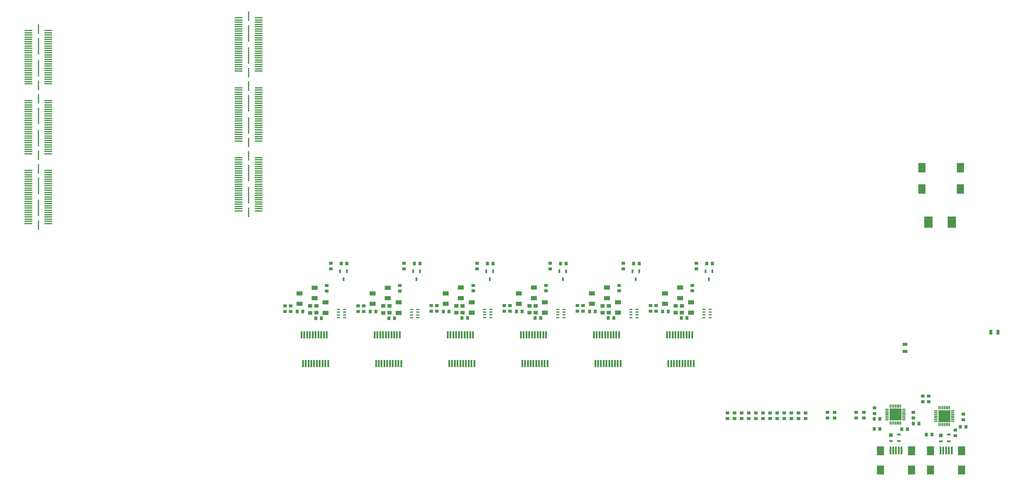
<source format=gtp>
%FSLAX25Y25*%
%MOIN*%
G70*
G01*
G75*
G04 Layer_Color=8421504*
%ADD10R,0.09646X0.12598*%
%ADD11R,0.07874X0.10630*%
%ADD12R,0.08858X0.01575*%
%ADD13R,0.01772X0.11024*%
%ADD14R,0.01772X0.18504*%
%ADD15R,0.03543X0.03937*%
%ADD16R,0.03740X0.03937*%
%ADD17R,0.07087X0.04528*%
%ADD18R,0.04724X0.03937*%
%ADD19R,0.01969X0.07874*%
%ADD20R,0.03937X0.03740*%
%ADD21R,0.02362X0.03937*%
%ADD22O,0.04000X0.01200*%
%ADD23R,0.03937X0.03543*%
%ADD24O,0.01181X0.04134*%
%ADD25O,0.04134X0.01181*%
%ADD26R,0.13189X0.13189*%
%ADD27R,0.07874X0.09843*%
%ADD28R,0.01969X0.09055*%
%ADD29R,0.03937X0.02362*%
%ADD30R,0.03937X0.03937*%
%ADD31R,0.03740X0.05512*%
%ADD32R,0.05512X0.03740*%
%ADD33C,0.01200*%
%ADD34C,0.00600*%
%ADD35C,0.01100*%
%ADD36C,0.01000*%
%ADD37C,0.01600*%
%ADD38C,0.10000*%
%ADD39C,0.04000*%
%ADD40C,0.03937*%
%ADD41C,0.01969*%
%ADD42C,0.25590*%
%ADD43R,0.07874X0.07874*%
%ADD44C,0.06299*%
%ADD45C,0.03543*%
%ADD46R,0.05906X0.05906*%
%ADD47C,0.05906*%
%ADD48R,0.11811X0.11811*%
%ADD49C,0.11811*%
%ADD50C,0.06000*%
%ADD51R,0.06000X0.06000*%
%ADD52C,0.08268*%
%ADD53R,0.05906X0.05906*%
%ADD54C,0.06693*%
%ADD55C,0.19685*%
%ADD56C,0.02600*%
%ADD57R,0.96000X0.67300*%
%ADD58C,0.10087*%
%ADD59C,0.09299*%
%ADD60C,0.06937*%
%ADD61C,0.16780*%
%ADD62C,0.08118*%
%ADD63C,0.09299*%
%ADD64C,0.06543*%
%ADD65C,0.06543*%
%ADD66C,0.09693*%
%ADD67C,0.06800*%
%ADD68C,0.08512*%
%ADD69C,0.06150*%
%ADD70C,0.15598*%
%ADD71C,0.04200*%
%ADD72R,0.96000X0.67900*%
%ADD73C,0.00984*%
%ADD74C,0.00787*%
%ADD75C,0.00700*%
%ADD76R,0.30709X0.02362*%
D10*
X1044311Y284100D02*
D03*
X1070689D02*
D03*
D11*
X1080154Y345517D02*
D03*
Y321501D02*
D03*
X1036846Y345516D02*
D03*
Y321501D02*
D03*
D12*
X52953Y445098D02*
D03*
Y452598D02*
D03*
Y460098D02*
D03*
Y467598D02*
D03*
Y475098D02*
D03*
Y482598D02*
D03*
Y490098D02*
D03*
Y497598D02*
D03*
Y500098D02*
D03*
X30453Y445098D02*
D03*
Y452598D02*
D03*
Y460098D02*
D03*
Y467598D02*
D03*
Y475098D02*
D03*
Y482598D02*
D03*
Y490098D02*
D03*
Y497598D02*
D03*
Y500098D02*
D03*
X52953Y366348D02*
D03*
Y373848D02*
D03*
Y381348D02*
D03*
Y388848D02*
D03*
Y396348D02*
D03*
Y403848D02*
D03*
Y411348D02*
D03*
Y418848D02*
D03*
Y421348D02*
D03*
X30453Y366348D02*
D03*
Y373848D02*
D03*
Y381348D02*
D03*
Y388848D02*
D03*
Y396348D02*
D03*
Y403848D02*
D03*
Y411348D02*
D03*
Y418848D02*
D03*
Y421348D02*
D03*
Y342598D02*
D03*
Y340098D02*
D03*
Y332598D02*
D03*
Y325098D02*
D03*
Y317598D02*
D03*
Y310098D02*
D03*
Y302598D02*
D03*
Y295098D02*
D03*
Y287598D02*
D03*
X52953Y342598D02*
D03*
Y340098D02*
D03*
Y332598D02*
D03*
Y325098D02*
D03*
Y317598D02*
D03*
Y310098D02*
D03*
Y302598D02*
D03*
Y295098D02*
D03*
Y287598D02*
D03*
X30453Y282598D02*
D03*
X53012D02*
D03*
X30453Y285118D02*
D03*
X53012D02*
D03*
X30453Y290094D02*
D03*
X53012D02*
D03*
X30453Y292614D02*
D03*
X53012D02*
D03*
X30453Y297590D02*
D03*
X53012D02*
D03*
X30453Y300110D02*
D03*
X53012D02*
D03*
X30453Y305087D02*
D03*
X53012D02*
D03*
X30453Y307606D02*
D03*
X53012D02*
D03*
X30453Y312583D02*
D03*
X53012D02*
D03*
X30453Y315102D02*
D03*
X53012D02*
D03*
X30453Y320079D02*
D03*
X53012D02*
D03*
X30453Y322598D02*
D03*
X53012D02*
D03*
X30453Y327575D02*
D03*
X53012D02*
D03*
X30453Y330095D02*
D03*
X53012D02*
D03*
X30453Y335071D02*
D03*
X53012D02*
D03*
X30453Y337591D02*
D03*
X53012D02*
D03*
X30453Y361339D02*
D03*
X53012D02*
D03*
X30453Y363858D02*
D03*
X53012D02*
D03*
X30453Y368835D02*
D03*
X53012D02*
D03*
X30453Y371354D02*
D03*
X53012D02*
D03*
X30453Y376331D02*
D03*
X53012D02*
D03*
X30453Y378850D02*
D03*
X53012D02*
D03*
X30453Y383827D02*
D03*
X53012D02*
D03*
X30453Y386346D02*
D03*
X53012D02*
D03*
X30453Y391323D02*
D03*
X53012D02*
D03*
X30453Y393843D02*
D03*
X53012D02*
D03*
X30453Y398819D02*
D03*
X53012D02*
D03*
X30453Y401339D02*
D03*
X53012D02*
D03*
X30453Y406315D02*
D03*
X53012D02*
D03*
X30453Y408835D02*
D03*
X53012D02*
D03*
X30453Y413811D02*
D03*
X53012D02*
D03*
X30453Y416331D02*
D03*
X53012D02*
D03*
X30453Y440079D02*
D03*
X53012D02*
D03*
X30453Y442598D02*
D03*
X53012D02*
D03*
X30453Y447575D02*
D03*
X53012D02*
D03*
X30453Y450095D02*
D03*
X53012D02*
D03*
X30453Y455071D02*
D03*
X53012D02*
D03*
X30453Y457590D02*
D03*
X53012D02*
D03*
X30453Y462567D02*
D03*
X53012D02*
D03*
X30453Y465087D02*
D03*
X53012D02*
D03*
X30453Y470063D02*
D03*
X53012D02*
D03*
X30453Y472583D02*
D03*
X53012D02*
D03*
X30453Y477559D02*
D03*
X53012D02*
D03*
X30453Y480079D02*
D03*
X53012D02*
D03*
X30453Y485055D02*
D03*
X53012D02*
D03*
X30453Y487575D02*
D03*
X53012D02*
D03*
X30453Y492551D02*
D03*
X53012D02*
D03*
X30453Y495071D02*
D03*
X53012D02*
D03*
X267323Y351949D02*
D03*
Y344449D02*
D03*
Y336949D02*
D03*
Y329449D02*
D03*
Y321949D02*
D03*
Y314449D02*
D03*
Y306949D02*
D03*
Y299449D02*
D03*
Y296949D02*
D03*
X289823Y351949D02*
D03*
Y344449D02*
D03*
Y336949D02*
D03*
Y329449D02*
D03*
Y321949D02*
D03*
Y314449D02*
D03*
Y306949D02*
D03*
Y299449D02*
D03*
Y296949D02*
D03*
X267323Y430699D02*
D03*
Y423199D02*
D03*
Y415699D02*
D03*
Y408199D02*
D03*
Y400699D02*
D03*
Y393199D02*
D03*
Y385699D02*
D03*
Y378199D02*
D03*
Y375699D02*
D03*
X289823Y430699D02*
D03*
Y423199D02*
D03*
Y415699D02*
D03*
Y408199D02*
D03*
Y400699D02*
D03*
Y393199D02*
D03*
Y385699D02*
D03*
Y378199D02*
D03*
Y375699D02*
D03*
Y454449D02*
D03*
Y456949D02*
D03*
Y464449D02*
D03*
Y471949D02*
D03*
Y479449D02*
D03*
Y486949D02*
D03*
Y494449D02*
D03*
Y501949D02*
D03*
Y509449D02*
D03*
X267323Y454449D02*
D03*
Y456949D02*
D03*
Y464449D02*
D03*
Y471949D02*
D03*
Y479449D02*
D03*
Y486949D02*
D03*
Y494449D02*
D03*
Y501949D02*
D03*
Y509449D02*
D03*
X289823Y514449D02*
D03*
X267264D02*
D03*
X289823Y511929D02*
D03*
X267264D02*
D03*
X289823Y506953D02*
D03*
X267264D02*
D03*
X289823Y504433D02*
D03*
X267264D02*
D03*
X289823Y499457D02*
D03*
X267264D02*
D03*
X289823Y496937D02*
D03*
X267264D02*
D03*
X289823Y491961D02*
D03*
X267264D02*
D03*
X289823Y489441D02*
D03*
X267264D02*
D03*
X289823Y484465D02*
D03*
X267264D02*
D03*
X289823Y481945D02*
D03*
X267264D02*
D03*
X289823Y476968D02*
D03*
X267264D02*
D03*
X289823Y474449D02*
D03*
X267264D02*
D03*
X289823Y469472D02*
D03*
X267264D02*
D03*
X289823Y466953D02*
D03*
X267264D02*
D03*
X289823Y461976D02*
D03*
X267264D02*
D03*
X289823Y459457D02*
D03*
X267264D02*
D03*
X289823Y435709D02*
D03*
X267264D02*
D03*
X289823Y433189D02*
D03*
X267264D02*
D03*
X289823Y428213D02*
D03*
X267264D02*
D03*
X289823Y425693D02*
D03*
X267264D02*
D03*
X289823Y420716D02*
D03*
X267264D02*
D03*
X289823Y418197D02*
D03*
X267264D02*
D03*
X289823Y413220D02*
D03*
X267264D02*
D03*
X289823Y410701D02*
D03*
X267264D02*
D03*
X289823Y405724D02*
D03*
X267264D02*
D03*
X289823Y403205D02*
D03*
X267264D02*
D03*
X289823Y398228D02*
D03*
X267264D02*
D03*
X289823Y395709D02*
D03*
X267264D02*
D03*
X289823Y390732D02*
D03*
X267264D02*
D03*
X289823Y388213D02*
D03*
X267264D02*
D03*
X289823Y383236D02*
D03*
X267264D02*
D03*
X289823Y380716D02*
D03*
X267264D02*
D03*
X289823Y356968D02*
D03*
X267264D02*
D03*
X289823Y354449D02*
D03*
X267264D02*
D03*
X289823Y349472D02*
D03*
X267264D02*
D03*
X289823Y346953D02*
D03*
X267264D02*
D03*
X289823Y341976D02*
D03*
X267264D02*
D03*
X289823Y339457D02*
D03*
X267264D02*
D03*
X289823Y334480D02*
D03*
X267264D02*
D03*
X289823Y331961D02*
D03*
X267264D02*
D03*
X289823Y326984D02*
D03*
X267264D02*
D03*
X289823Y324465D02*
D03*
X267264D02*
D03*
X289823Y319488D02*
D03*
X267264D02*
D03*
X289823Y316968D02*
D03*
X267264D02*
D03*
X289823Y311992D02*
D03*
X267264D02*
D03*
X289823Y309472D02*
D03*
X267264D02*
D03*
X289823Y304496D02*
D03*
X267264D02*
D03*
X289823Y301976D02*
D03*
X267264D02*
D03*
D13*
X41732Y280846D02*
D03*
Y344350D02*
D03*
Y359587D02*
D03*
Y423091D02*
D03*
Y438327D02*
D03*
Y501831D02*
D03*
X278543Y516201D02*
D03*
Y452697D02*
D03*
Y437461D02*
D03*
Y373957D02*
D03*
Y358720D02*
D03*
Y295216D02*
D03*
D14*
X41732Y300098D02*
D03*
Y325098D02*
D03*
Y378839D02*
D03*
Y403839D02*
D03*
Y457579D02*
D03*
Y482579D02*
D03*
X278543Y496949D02*
D03*
Y471949D02*
D03*
Y418209D02*
D03*
Y393209D02*
D03*
Y339469D02*
D03*
Y314469D02*
D03*
D15*
X382950Y237400D02*
D03*
X389250D02*
D03*
X794550Y237500D02*
D03*
X800850D02*
D03*
X712250D02*
D03*
X718550D02*
D03*
X629950D02*
D03*
X636250D02*
D03*
X547650D02*
D03*
X553950D02*
D03*
X465250Y237400D02*
D03*
X471550D02*
D03*
X1041850Y44900D02*
D03*
X1048150D02*
D03*
X983350Y51100D02*
D03*
X989650D02*
D03*
X983350Y62400D02*
D03*
X989650D02*
D03*
D16*
X354350Y176000D02*
D03*
X360650D02*
D03*
X333250Y183600D02*
D03*
X339550D02*
D03*
X1014350Y51000D02*
D03*
X1020650D02*
D03*
X1080150Y53600D02*
D03*
X1086450D02*
D03*
X1027150Y57100D02*
D03*
X1033450D02*
D03*
X744850Y183700D02*
D03*
X751150D02*
D03*
X662550D02*
D03*
X668850D02*
D03*
X580250D02*
D03*
X586550D02*
D03*
X497950D02*
D03*
X504250D02*
D03*
X415550Y183600D02*
D03*
X421850D02*
D03*
X765950Y176100D02*
D03*
X772250D02*
D03*
X683650D02*
D03*
X689950D02*
D03*
X601350D02*
D03*
X607650D02*
D03*
X519050D02*
D03*
X525350D02*
D03*
X436650Y176000D02*
D03*
X442950D02*
D03*
D17*
X365300Y193806D02*
D03*
Y181994D02*
D03*
X353000Y198495D02*
D03*
Y210306D02*
D03*
X335800Y192095D02*
D03*
Y203906D02*
D03*
X764600Y198594D02*
D03*
Y210405D02*
D03*
X682300Y198594D02*
D03*
Y210405D02*
D03*
X600000Y198594D02*
D03*
Y210405D02*
D03*
X517700Y198594D02*
D03*
Y210405D02*
D03*
X435300Y198495D02*
D03*
Y210306D02*
D03*
X747400Y192194D02*
D03*
Y204006D02*
D03*
X665100Y192194D02*
D03*
Y204006D02*
D03*
X582800Y192194D02*
D03*
Y204006D02*
D03*
X500500Y192194D02*
D03*
Y204006D02*
D03*
X418100Y192095D02*
D03*
Y203906D02*
D03*
X776900Y193905D02*
D03*
Y182095D02*
D03*
X694600Y193905D02*
D03*
Y182095D02*
D03*
X612300Y193905D02*
D03*
Y182095D02*
D03*
X530000Y193905D02*
D03*
Y182095D02*
D03*
X447600Y193806D02*
D03*
Y181994D02*
D03*
D18*
X355000Y189937D02*
D03*
Y182063D02*
D03*
X347800Y189837D02*
D03*
Y181963D02*
D03*
X766600Y190037D02*
D03*
Y182163D02*
D03*
X684300Y190037D02*
D03*
Y182163D02*
D03*
X602000Y190037D02*
D03*
Y182163D02*
D03*
X519700Y190037D02*
D03*
Y182163D02*
D03*
X437300Y189937D02*
D03*
Y182063D02*
D03*
X759400Y189937D02*
D03*
Y182063D02*
D03*
X677100Y189937D02*
D03*
Y182063D02*
D03*
X594800Y189937D02*
D03*
Y182063D02*
D03*
X512500Y189937D02*
D03*
Y182063D02*
D03*
X430100Y189837D02*
D03*
Y181963D02*
D03*
D19*
X339785Y124802D02*
D03*
X342935D02*
D03*
X346084D02*
D03*
X349234D02*
D03*
X352383D02*
D03*
X355533D02*
D03*
X358683D02*
D03*
X361832D02*
D03*
X364982D02*
D03*
X368131D02*
D03*
X366557Y157085D02*
D03*
X363407D02*
D03*
X360258D02*
D03*
X357108D02*
D03*
X353958D02*
D03*
X350809D02*
D03*
X347659D02*
D03*
X344510D02*
D03*
X341360D02*
D03*
X338210D02*
D03*
X751385Y124902D02*
D03*
X754535D02*
D03*
X757684D02*
D03*
X760834D02*
D03*
X763983D02*
D03*
X767133D02*
D03*
X770283D02*
D03*
X773432D02*
D03*
X776582D02*
D03*
X779732D02*
D03*
X778157Y157185D02*
D03*
X775007D02*
D03*
X771858D02*
D03*
X768708D02*
D03*
X765558D02*
D03*
X762409D02*
D03*
X759259D02*
D03*
X756110D02*
D03*
X752960D02*
D03*
X749810D02*
D03*
X669085Y124902D02*
D03*
X672235D02*
D03*
X675384D02*
D03*
X678534D02*
D03*
X681683D02*
D03*
X684833D02*
D03*
X687983D02*
D03*
X691132D02*
D03*
X694282D02*
D03*
X697432D02*
D03*
X695857Y157185D02*
D03*
X692707D02*
D03*
X689558D02*
D03*
X686408D02*
D03*
X683258D02*
D03*
X680109D02*
D03*
X676959D02*
D03*
X673809D02*
D03*
X670660D02*
D03*
X667510D02*
D03*
X586785Y124902D02*
D03*
X589935D02*
D03*
X593084D02*
D03*
X596234D02*
D03*
X599383D02*
D03*
X602533D02*
D03*
X605683D02*
D03*
X608832D02*
D03*
X611982D02*
D03*
X615132D02*
D03*
X613557Y157185D02*
D03*
X610407D02*
D03*
X607258D02*
D03*
X604108D02*
D03*
X600958D02*
D03*
X597809D02*
D03*
X594659D02*
D03*
X591509D02*
D03*
X588360D02*
D03*
X585210D02*
D03*
X504485Y124902D02*
D03*
X507635D02*
D03*
X510784D02*
D03*
X513934D02*
D03*
X517084D02*
D03*
X520233D02*
D03*
X523383D02*
D03*
X526532D02*
D03*
X529682D02*
D03*
X532831D02*
D03*
X531257Y157185D02*
D03*
X528107D02*
D03*
X524958D02*
D03*
X521808D02*
D03*
X518658D02*
D03*
X515509D02*
D03*
X512359D02*
D03*
X509209D02*
D03*
X506060D02*
D03*
X502910D02*
D03*
X422085Y124802D02*
D03*
X425235D02*
D03*
X428384D02*
D03*
X431534D02*
D03*
X434684D02*
D03*
X437833D02*
D03*
X440983D02*
D03*
X444132D02*
D03*
X447282D02*
D03*
X450431D02*
D03*
X448857Y157085D02*
D03*
X445707D02*
D03*
X442557D02*
D03*
X439408D02*
D03*
X436258D02*
D03*
X433109D02*
D03*
X429959D02*
D03*
X426810D02*
D03*
X423660D02*
D03*
X420510D02*
D03*
D20*
X366700Y212950D02*
D03*
Y206650D02*
D03*
X325818Y190008D02*
D03*
Y183709D02*
D03*
X319518Y190008D02*
D03*
Y183709D02*
D03*
X1074600Y49850D02*
D03*
Y43550D02*
D03*
X731118Y190108D02*
D03*
Y183809D02*
D03*
X648818Y190108D02*
D03*
Y183809D02*
D03*
X566518Y190108D02*
D03*
Y183809D02*
D03*
X484218Y190108D02*
D03*
Y183809D02*
D03*
X401818Y190008D02*
D03*
Y183709D02*
D03*
X737418Y190108D02*
D03*
Y183809D02*
D03*
X655118Y190108D02*
D03*
Y183809D02*
D03*
X572818Y190108D02*
D03*
Y183809D02*
D03*
X490518Y190108D02*
D03*
Y183809D02*
D03*
X408118Y190008D02*
D03*
Y183709D02*
D03*
X778300Y213050D02*
D03*
Y206750D02*
D03*
X696000Y213050D02*
D03*
Y206750D02*
D03*
X613700Y213050D02*
D03*
Y206750D02*
D03*
X531400Y213050D02*
D03*
Y206750D02*
D03*
X449000Y212950D02*
D03*
Y206650D02*
D03*
D21*
X389140Y228828D02*
D03*
X381660D02*
D03*
X385400Y219772D02*
D03*
X800740Y228928D02*
D03*
X793260D02*
D03*
X797000Y219872D02*
D03*
X718440Y228928D02*
D03*
X710960D02*
D03*
X714700Y219872D02*
D03*
X636140Y228928D02*
D03*
X628660D02*
D03*
X632400Y219872D02*
D03*
X553840Y228928D02*
D03*
X546360D02*
D03*
X550100Y219872D02*
D03*
X471440Y228828D02*
D03*
X463960D02*
D03*
X467700Y219772D02*
D03*
D22*
X386900Y179650D02*
D03*
Y182799D02*
D03*
Y185949D02*
D03*
X379900Y176500D02*
D03*
Y179650D02*
D03*
Y182799D02*
D03*
Y185949D02*
D03*
X386900Y176500D02*
D03*
X798500Y179750D02*
D03*
Y182899D02*
D03*
Y186049D02*
D03*
X791500Y176600D02*
D03*
Y179750D02*
D03*
Y182899D02*
D03*
Y186049D02*
D03*
X798500Y176600D02*
D03*
X716200Y179750D02*
D03*
Y182899D02*
D03*
Y186049D02*
D03*
X709200Y176600D02*
D03*
Y179750D02*
D03*
Y182899D02*
D03*
Y186049D02*
D03*
X716200Y176600D02*
D03*
X633900Y179750D02*
D03*
Y182899D02*
D03*
Y186049D02*
D03*
X626900Y176600D02*
D03*
Y179750D02*
D03*
Y182899D02*
D03*
Y186049D02*
D03*
X633900Y176600D02*
D03*
X551600Y179750D02*
D03*
Y182899D02*
D03*
Y186049D02*
D03*
X544600Y176600D02*
D03*
Y179750D02*
D03*
Y182899D02*
D03*
Y186049D02*
D03*
X551600Y176600D02*
D03*
X469200Y179650D02*
D03*
Y182799D02*
D03*
Y185949D02*
D03*
X462200Y176500D02*
D03*
Y179650D02*
D03*
Y182799D02*
D03*
Y185949D02*
D03*
X469200Y176500D02*
D03*
D23*
X371200Y231550D02*
D03*
Y237850D02*
D03*
X1083400Y61650D02*
D03*
Y67950D02*
D03*
X1044700Y88350D02*
D03*
Y82050D02*
D03*
X1038000Y88250D02*
D03*
Y81950D02*
D03*
X1027100Y63650D02*
D03*
Y69950D02*
D03*
X983600Y68650D02*
D03*
Y74950D02*
D03*
X971400Y69850D02*
D03*
Y63550D02*
D03*
X962800Y69850D02*
D03*
Y63550D02*
D03*
X938600Y69850D02*
D03*
Y63550D02*
D03*
X930700Y69850D02*
D03*
Y63550D02*
D03*
X905900Y69350D02*
D03*
Y63050D02*
D03*
X897900Y69350D02*
D03*
Y63050D02*
D03*
X889900Y69350D02*
D03*
Y63050D02*
D03*
X881900Y69350D02*
D03*
Y63050D02*
D03*
X873900Y69350D02*
D03*
Y63050D02*
D03*
X865900Y69350D02*
D03*
Y63050D02*
D03*
X857900Y69350D02*
D03*
Y63050D02*
D03*
X849900Y69350D02*
D03*
Y63050D02*
D03*
X841900Y69350D02*
D03*
Y63050D02*
D03*
X833900Y69350D02*
D03*
Y63050D02*
D03*
X817900Y69350D02*
D03*
Y63050D02*
D03*
X825900Y69350D02*
D03*
Y63050D02*
D03*
X782800Y231650D02*
D03*
Y237950D02*
D03*
X700500Y231650D02*
D03*
Y237950D02*
D03*
X618200Y231650D02*
D03*
Y237950D02*
D03*
X535900Y231650D02*
D03*
Y237950D02*
D03*
X453500Y231550D02*
D03*
Y237850D02*
D03*
D24*
X1056194Y56251D02*
D03*
X1058163D02*
D03*
X1060131D02*
D03*
X1062100D02*
D03*
X1064069D02*
D03*
X1066037D02*
D03*
X1068005D02*
D03*
Y75149D02*
D03*
X1066037D02*
D03*
X1064069D02*
D03*
X1062100D02*
D03*
X1060131D02*
D03*
X1058163D02*
D03*
X1056194D02*
D03*
X1001194Y57951D02*
D03*
X1003163D02*
D03*
X1005132D02*
D03*
X1007100D02*
D03*
X1009068D02*
D03*
X1011037D02*
D03*
X1013006D02*
D03*
Y76849D02*
D03*
X1011037D02*
D03*
X1009068D02*
D03*
X1007100D02*
D03*
X1005132D02*
D03*
X1003163D02*
D03*
X1001194D02*
D03*
D25*
X1071549Y59794D02*
D03*
Y61763D02*
D03*
Y63731D02*
D03*
Y65700D02*
D03*
Y67668D02*
D03*
Y69637D02*
D03*
Y71605D02*
D03*
X1052651D02*
D03*
Y69637D02*
D03*
Y67668D02*
D03*
Y65700D02*
D03*
Y63731D02*
D03*
Y61763D02*
D03*
Y59794D02*
D03*
X1016549Y61494D02*
D03*
Y63463D02*
D03*
Y65431D02*
D03*
Y67400D02*
D03*
Y69368D02*
D03*
Y71337D02*
D03*
Y73305D02*
D03*
X997651D02*
D03*
Y71337D02*
D03*
Y69368D02*
D03*
Y67400D02*
D03*
Y65431D02*
D03*
Y63463D02*
D03*
Y61494D02*
D03*
D26*
X1062100Y65700D02*
D03*
X1007100Y67400D02*
D03*
D27*
X1046680Y26506D02*
D03*
X1081720D02*
D03*
X1046680Y4853D02*
D03*
X1081720D02*
D03*
X990080Y26506D02*
D03*
X1025120D02*
D03*
X990080Y4853D02*
D03*
X1025120D02*
D03*
D28*
X1067350Y26900D02*
D03*
X1061050D02*
D03*
X1070499D02*
D03*
X1064200D02*
D03*
X1057999D02*
D03*
X1010750D02*
D03*
X1004450D02*
D03*
X1013899D02*
D03*
X1007600D02*
D03*
X1001399D02*
D03*
D29*
X1067328Y44740D02*
D03*
Y37260D02*
D03*
X1058272D02*
D03*
X1010828Y44940D02*
D03*
Y37460D02*
D03*
X1001772D02*
D03*
D30*
X1058272Y43953D02*
D03*
X1001772Y44153D02*
D03*
D31*
X1114663Y160200D02*
D03*
X1122537D02*
D03*
D32*
X1017900Y146537D02*
D03*
Y138663D02*
D03*
M02*

</source>
